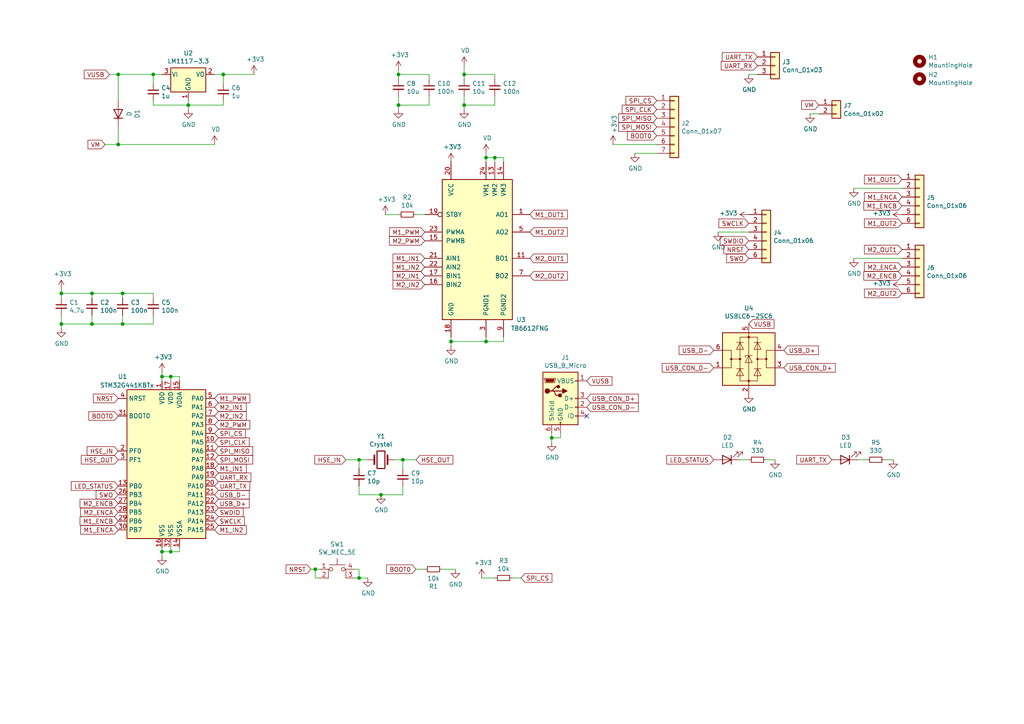
<source format=kicad_sch>
(kicad_sch (version 20211123) (generator eeschema)
  (paper "A4")
  (lib_symbols
    (symbol "Connector:USB_B_Micro" (pin_names (offset 1.016))
      (property "Reference" "J" (at -5.08 11.43 0))
      (property "Value" "USB_B_Micro" (at -5.08 8.89 0))
      (symbol "USB_B_Micro_0_1"
        (rectangle (start -5.08 -7.62) (end 5.08 7.62) (stroke (width 0.254)) (fill (type background)))
        (circle (center -3.81 2.159) (radius 0.635) (stroke (width 0.254)) (fill (type outline)))
        (circle (center -0.635 3.429) (radius 0.381) (stroke (width 0.254)) (fill (type outline)))
        (rectangle (start -0.127 -7.62) (end 0.127 -6.858))
        (polyline (pts (xy -1.905 2.159) (xy 0.635 2.159)) (stroke (width 0.254)))
        (polyline (pts (xy -3.175 2.159) (xy -2.54 2.159) (xy -1.27 3.429) (xy -0.635 3.429)) (stroke (width 0.254)))
        (polyline (pts (xy -2.54 2.159) (xy -1.905 2.159) (xy -1.27 0.889) (xy 0 0.889)) (stroke (width 0.254)))
        (polyline (pts (xy 0.635 2.794) (xy 0.635 1.524) (xy 1.905 2.159) (xy 0.635 2.794)) (stroke (width 0.254)) (fill (type outline)))
        (polyline (pts (xy -4.318 5.588) (xy -1.778 5.588) (xy -2.032 4.826) (xy -4.064 4.826) (xy -4.318 5.588)) (fill (type outline)))
        (polyline (pts (xy -4.699 5.842) (xy -4.699 5.588) (xy -4.445 4.826) (xy -4.445 4.572) (xy -1.651 4.572) (xy -1.651 4.826) (xy -1.397 5.588) (xy -1.397 5.842) (xy -4.699 5.842)))
        (rectangle (start 0.254 1.27) (end -0.508 0.508) (stroke (width 0.254)) (fill (type outline)))
        (rectangle (start 5.08 -5.207) (end 4.318 -4.953))
        (rectangle (start 5.08 -2.667) (end 4.318 -2.413))
        (rectangle (start 5.08 -0.127) (end 4.318 0.127))
        (rectangle (start 5.08 4.953) (end 4.318 5.207))
      )
      (symbol "USB_B_Micro_1_1"
        (pin power_out line (at 7.62 5.08 180) (length 2.54) (name "VBUS") (number "1"))
        (pin bidirectional line (at 7.62 -2.54 180) (length 2.54) (name "D-") (number "2"))
        (pin bidirectional line (at 7.62 0 180) (length 2.54) (name "D+") (number "3"))
        (pin passive line (at 7.62 -5.08 180) (length 2.54) (name "ID") (number "4"))
        (pin power_out line (at 0 -10.16 90) (length 2.54) (name "GND") (number "5"))
        (pin passive line (at -2.54 -10.16 90) (length 2.54) (name "Shield") (number "6"))
      )
    )
    (symbol "Connector_Generic:Conn_01x02" (pin_names (offset 1.016) hide)
      (property "Reference" "J" (at 0 2.54 0))
      (property "Value" "Conn_01x02" (at 0 -5.08 0))
      (symbol "Conn_01x02_1_1"
        (rectangle (start -1.27 -2.413) (end 0 -2.667) (stroke (width 0.1524)))
        (rectangle (start -1.27 0.127) (end 0 -0.127) (stroke (width 0.1524)))
        (rectangle (start -1.27 1.27) (end 1.27 -3.81) (stroke (width 0.254)) (fill (type background)))
        (pin passive line (at -5.08 0 0) (length 3.81) (name "Pin_1") (number "1"))
        (pin passive line (at -5.08 -2.54 0) (length 3.81) (name "Pin_2") (number "2"))
      )
    )
    (symbol "Connector_Generic:Conn_01x03" (pin_names (offset 1.016) hide)
      (property "Reference" "J" (at 0 5.08 0))
      (property "Value" "Conn_01x03" (at 0 -5.08 0))
      (symbol "Conn_01x03_1_1"
        (rectangle (start -1.27 -2.413) (end 0 -2.667) (stroke (width 0.1524)))
        (rectangle (start -1.27 0.127) (end 0 -0.127) (stroke (width 0.1524)))
        (rectangle (start -1.27 2.667) (end 0 2.413) (stroke (width 0.1524)))
        (rectangle (start -1.27 3.81) (end 1.27 -3.81) (stroke (width 0.254)) (fill (type background)))
        (pin passive line (at -5.08 2.54 0) (length 3.81) (name "Pin_1") (number "1"))
        (pin passive line (at -5.08 0 0) (length 3.81) (name "Pin_2") (number "2"))
        (pin passive line (at -5.08 -2.54 0) (length 3.81) (name "Pin_3") (number "3"))
      )
    )
    (symbol "Connector_Generic:Conn_01x06" (pin_names (offset 1.016) hide)
      (property "Reference" "J" (at 0 7.62 0))
      (property "Value" "Conn_01x06" (at 0 -10.16 0))
      (symbol "Conn_01x06_1_1"
        (rectangle (start -1.27 -7.493) (end 0 -7.747) (stroke (width 0.1524)))
        (rectangle (start -1.27 -4.953) (end 0 -5.207) (stroke (width 0.1524)))
        (rectangle (start -1.27 -2.413) (end 0 -2.667) (stroke (width 0.1524)))
        (rectangle (start -1.27 0.127) (end 0 -0.127) (stroke (width 0.1524)))
        (rectangle (start -1.27 2.667) (end 0 2.413) (stroke (width 0.1524)))
        (rectangle (start -1.27 5.207) (end 0 4.953) (stroke (width 0.1524)))
        (rectangle (start -1.27 6.35) (end 1.27 -8.89) (stroke (width 0.254)) (fill (type background)))
        (pin passive line (at -5.08 5.08 0) (length 3.81) (name "Pin_1") (number "1"))
        (pin passive line (at -5.08 2.54 0) (length 3.81) (name "Pin_2") (number "2"))
        (pin passive line (at -5.08 0 0) (length 3.81) (name "Pin_3") (number "3"))
        (pin passive line (at -5.08 -2.54 0) (length 3.81) (name "Pin_4") (number "4"))
        (pin passive line (at -5.08 -5.08 0) (length 3.81) (name "Pin_5") (number "5"))
        (pin passive line (at -5.08 -7.62 0) (length 3.81) (name "Pin_6") (number "6"))
      )
    )
    (symbol "Connector_Generic:Conn_01x07" (pin_names (offset 1.016) hide)
      (property "Reference" "J" (at 0 10.16 0))
      (property "Value" "Conn_01x07" (at 0 -10.16 0))
      (symbol "Conn_01x07_1_1"
        (rectangle (start -1.27 -7.493) (end 0 -7.747) (stroke (width 0.1524)))
        (rectangle (start -1.27 -4.953) (end 0 -5.207) (stroke (width 0.1524)))
        (rectangle (start -1.27 -2.413) (end 0 -2.667) (stroke (width 0.1524)))
        (rectangle (start -1.27 0.127) (end 0 -0.127) (stroke (width 0.1524)))
        (rectangle (start -1.27 2.667) (end 0 2.413) (stroke (width 0.1524)))
        (rectangle (start -1.27 5.207) (end 0 4.953) (stroke (width 0.1524)))
        (rectangle (start -1.27 7.747) (end 0 7.493) (stroke (width 0.1524)))
        (rectangle (start -1.27 8.89) (end 1.27 -8.89) (stroke (width 0.254)) (fill (type background)))
        (pin passive line (at -5.08 7.62 0) (length 3.81) (name "Pin_1") (number "1"))
        (pin passive line (at -5.08 5.08 0) (length 3.81) (name "Pin_2") (number "2"))
        (pin passive line (at -5.08 2.54 0) (length 3.81) (name "Pin_3") (number "3"))
        (pin passive line (at -5.08 0 0) (length 3.81) (name "Pin_4") (number "4"))
        (pin passive line (at -5.08 -2.54 0) (length 3.81) (name "Pin_5") (number "5"))
        (pin passive line (at -5.08 -5.08 0) (length 3.81) (name "Pin_6") (number "6"))
        (pin passive line (at -5.08 -7.62 0) (length 3.81) (name "Pin_7") (number "7"))
      )
    )
    (symbol "Device:C_Small" (pin_numbers hide) (pin_names (offset 0.254) hide)
      (property "Reference" "C" (at 0.254 1.778 0))
      (property "Value" "C_Small" (at 0.254 -2.032 0))
      (symbol "C_Small_0_1"
        (polyline (pts (xy -1.524 -0.508) (xy 1.524 -0.508)) (stroke (width 0.3302)))
        (polyline (pts (xy -1.524 0.508) (xy 1.524 0.508)) (stroke (width 0.3048)))
      )
      (symbol "C_Small_1_1"
        (pin passive line (at 0 2.54 270) (length 2.032) (name "~") (number "1"))
        (pin passive line (at 0 -2.54 90) (length 2.032) (name "~") (number "2"))
      )
    )
    (symbol "Device:Crystal" (pin_numbers hide) (pin_names (offset 1.016) hide)
      (property "Reference" "Y" (at 0 3.81 0))
      (property "Value" "Crystal" (at 0 -3.81 0))
      (symbol "Crystal_0_1"
        (rectangle (start -1.143 2.54) (end 1.143 -2.54) (stroke (width 0.3048)))
        (polyline (pts (xy -2.54 0) (xy -1.905 0)))
        (polyline (pts (xy -1.905 -1.27) (xy -1.905 1.27)) (stroke (width 0.508)))
        (polyline (pts (xy 1.905 -1.27) (xy 1.905 1.27)) (stroke (width 0.508)))
        (polyline (pts (xy 2.54 0) (xy 1.905 0)))
      )
      (symbol "Crystal_1_1"
        (pin passive line (at -3.81 0 0) (length 1.27) (name "1") (number "1"))
        (pin passive line (at 3.81 0 180) (length 1.27) (name "2") (number "2"))
      )
    )
    (symbol "Device:D" (pin_numbers hide) (pin_names (offset 1.016) hide)
      (property "Reference" "D" (at 0 2.54 0))
      (property "Value" "D" (at 0 -2.54 0))
      (symbol "D_0_1"
        (polyline (pts (xy -1.27 1.27) (xy -1.27 -1.27)) (stroke (width 0.254)))
        (polyline (pts (xy 1.27 0) (xy -1.27 0)))
        (polyline (pts (xy 1.27 1.27) (xy 1.27 -1.27) (xy -1.27 0) (xy 1.27 1.27)) (stroke (width 0.254)))
      )
      (symbol "D_1_1"
        (pin passive line (at -3.81 0 0) (length 2.54) (name "K") (number "1"))
        (pin passive line (at 3.81 0 180) (length 2.54) (name "A") (number "2"))
      )
    )
    (symbol "Device:LED" (pin_numbers hide) (pin_names (offset 1.016) hide)
      (property "Reference" "D" (at 0 2.54 0))
      (property "Value" "LED" (at 0 -2.54 0))
      (symbol "LED_0_1"
        (polyline (pts (xy -1.27 -1.27) (xy -1.27 1.27)) (stroke (width 0.254)))
        (polyline (pts (xy -1.27 0) (xy 1.27 0)))
        (polyline (pts (xy 1.27 -1.27) (xy 1.27 1.27) (xy -1.27 0) (xy 1.27 -1.27)) (stroke (width 0.254)))
        (polyline (pts (xy -3.048 -0.762) (xy -4.572 -2.286) (xy -3.81 -2.286) (xy -4.572 -2.286) (xy -4.572 -1.524)))
        (polyline (pts (xy -1.778 -0.762) (xy -3.302 -2.286) (xy -2.54 -2.286) (xy -3.302 -2.286) (xy -3.302 -1.524)))
      )
      (symbol "LED_1_1"
        (pin passive line (at -3.81 0 0) (length 2.54) (name "K") (number "1"))
        (pin passive line (at 3.81 0 180) (length 2.54) (name "A") (number "2"))
      )
    )
    (symbol "Device:R_Small" (pin_numbers hide) (pin_names (offset 0.254) hide)
      (property "Reference" "R" (at 0.762 0.508 0))
      (property "Value" "R_Small" (at 0.762 -1.016 0))
      (symbol "R_Small_0_1"
        (rectangle (start -0.762 1.778) (end 0.762 -1.778) (stroke (width 0.2032)))
      )
      (symbol "R_Small_1_1"
        (pin passive line (at 0 2.54 270) (length 0.762) (name "~") (number "1"))
        (pin passive line (at 0 -2.54 90) (length 0.762) (name "~") (number "2"))
      )
    )
    (symbol "Driver_Motor:TB6612FNG" (pin_names (offset 1.016))
      (property "Reference" "U" (at 11.43 17.78 0))
      (property "Value" "TB6612FNG" (at 11.43 15.24 0))
      (symbol "TB6612FNG_0_1"
        (rectangle (start -10.16 20.32) (end 10.16 -20.32) (stroke (width 0.254)) (fill (type background)))
      )
      (symbol "TB6612FNG_1_1"
        (pin output line (at 15.24 10.16 180) (length 5.08) (name "AO1") (number "1"))
        (pin passive line (at 7.62 -25.4 90) (length 5.08) hide (name "PGND2") (number "10"))
        (pin output line (at 15.24 -2.54 180) (length 5.08) (name "BO1") (number "11"))
        (pin passive line (at 15.24 -2.54 180) (length 5.08) hide (name "BO1") (number "12"))
        (pin power_in line (at 5.08 25.4 270) (length 5.08) (name "VM2") (number "13"))
        (pin power_in line (at 7.62 25.4 270) (length 5.08) (name "VM3") (number "14"))
        (pin input line (at -15.24 2.54 0) (length 5.08) (name "PWMB") (number "15"))
        (pin input line (at -15.24 -10.16 0) (length 5.08) (name "BIN2") (number "16"))
        (pin input line (at -15.24 -7.62 0) (length 5.08) (name "BIN1") (number "17"))
        (pin power_in line (at -7.62 -25.4 90) (length 5.08) (name "GND") (number "18"))
        (pin input inverted (at -15.24 10.16 0) (length 5.08) (name "STBY") (number "19"))
        (pin passive line (at 15.24 10.16 180) (length 5.08) hide (name "AO1") (number "2"))
        (pin power_in line (at -7.62 25.4 270) (length 5.08) (name "VCC") (number "20"))
        (pin input line (at -15.24 -2.54 0) (length 5.08) (name "AIN1") (number "21"))
        (pin input line (at -15.24 -5.08 0) (length 5.08) (name "AIN2") (number "22"))
        (pin input line (at -15.24 5.08 0) (length 5.08) (name "PWMA") (number "23"))
        (pin power_in line (at 2.54 25.4 270) (length 5.08) (name "VM1") (number "24"))
        (pin power_in line (at 2.54 -25.4 90) (length 5.08) (name "PGND1") (number "3"))
        (pin passive line (at 2.54 -25.4 90) (length 5.08) hide (name "PGND1") (number "4"))
        (pin output line (at 15.24 5.08 180) (length 5.08) (name "AO2") (number "5"))
        (pin passive line (at 15.24 5.08 180) (length 5.08) hide (name "AO2") (number "6"))
        (pin output line (at 15.24 -7.62 180) (length 5.08) (name "BO2") (number "7"))
        (pin passive line (at 15.24 -7.62 180) (length 5.08) hide (name "BO2") (number "8"))
        (pin power_in line (at 7.62 -25.4 90) (length 5.08) (name "PGND2") (number "9"))
      )
    )
    (symbol "MCU_ST_STM32G4:STM32G441KBTx"
      (property "Reference" "U" (at -12.7 21.59 0))
      (property "Value" "MCU_ST_STM32G4_STM32G441KBTx" (at 5.08 21.59 0))
      (symbol "STM32G441KBTx_0_1"
        (rectangle (start -12.7 -22.86) (end 10.16 20.32) (stroke (width 0.254)) (fill (type background)))
      )
      (symbol "STM32G441KBTx_1_1"
        (pin power_in line (at -2.54 22.86 270) (length 2.54) (name "VDD") (number "1"))
        (pin bidirectional line (at 12.7 5.08 180) (length 2.54) (name "PA5") (number "10"))
        (pin bidirectional line (at 12.7 2.54 180) (length 2.54) (name "PA6") (number "11"))
        (pin bidirectional line (at 12.7 0 180) (length 2.54) (name "PA7") (number "12"))
        (pin bidirectional line (at -15.24 -7.62 0) (length 2.54) (name "PB0") (number "13"))
        (pin power_in line (at 2.54 -25.4 90) (length 2.54) (name "VSSA") (number "14"))
        (pin power_in line (at 2.54 22.86 270) (length 2.54) (name "VDDA") (number "15"))
        (pin power_in line (at -2.54 -25.4 90) (length 2.54) (name "VSS") (number "16"))
        (pin power_in line (at 0 22.86 270) (length 2.54) (name "VDD") (number "17"))
        (pin bidirectional line (at 12.7 -2.54 180) (length 2.54) (name "PA8") (number "18"))
        (pin bidirectional line (at 12.7 -5.08 180) (length 2.54) (name "PA9") (number "19"))
        (pin input line (at -15.24 2.54 0) (length 2.54) (name "PF0") (number "2"))
        (pin bidirectional line (at 12.7 -7.62 180) (length 2.54) (name "PA10") (number "20"))
        (pin bidirectional line (at 12.7 -10.16 180) (length 2.54) (name "PA11") (number "21"))
        (pin bidirectional line (at 12.7 -12.7 180) (length 2.54) (name "PA12") (number "22"))
        (pin bidirectional line (at 12.7 -15.24 180) (length 2.54) (name "PA13") (number "23"))
        (pin bidirectional line (at 12.7 -17.78 180) (length 2.54) (name "PA14") (number "24"))
        (pin bidirectional line (at 12.7 -20.32 180) (length 2.54) (name "PA15") (number "25"))
        (pin bidirectional line (at -15.24 -10.16 0) (length 2.54) (name "PB3") (number "26"))
        (pin bidirectional line (at -15.24 -12.7 0) (length 2.54) (name "PB4") (number "27"))
        (pin bidirectional line (at -15.24 -15.24 0) (length 2.54) (name "PB5") (number "28"))
        (pin bidirectional line (at -15.24 -17.78 0) (length 2.54) (name "PB6") (number "29"))
        (pin input line (at -15.24 0 0) (length 2.54) (name "PF1") (number "3"))
        (pin bidirectional line (at -15.24 -20.32 0) (length 2.54) (name "PB7") (number "30"))
        (pin input line (at -15.24 12.7 0) (length 2.54) (name "BOOT0") (number "31"))
        (pin power_in line (at 0 -25.4 90) (length 2.54) (name "VSS") (number "32"))
        (pin input line (at -15.24 17.78 0) (length 2.54) (name "NRST") (number "4"))
        (pin bidirectional line (at 12.7 17.78 180) (length 2.54) (name "PA0") (number "5"))
        (pin bidirectional line (at 12.7 15.24 180) (length 2.54) (name "PA1") (number "6"))
        (pin bidirectional line (at 12.7 12.7 180) (length 2.54) (name "PA2") (number "7"))
        (pin bidirectional line (at 12.7 10.16 180) (length 2.54) (name "PA3") (number "8"))
        (pin bidirectional line (at 12.7 7.62 180) (length 2.54) (name "PA4") (number "9"))
      )
    )
    (symbol "Mechanical:MountingHole" (pin_names (offset 1.016))
      (property "Reference" "H" (at 0 5.08 0))
      (property "Value" "MountingHole" (at 0 3.175 0))
      (symbol "MountingHole_0_1"
        (circle (center 0 0) (radius 1.27) (stroke (width 1.27)))
      )
    )
    (symbol "Power_Protection:USBLC6-2SC6" (pin_names hide)
      (property "Reference" "U" (at 2.54 8.89 0))
      (property "Value" "USBLC6-2SC6" (at 2.54 -8.89 0))
      (symbol "USBLC6-2SC6_0_1"
        (rectangle (start -7.62 -7.62) (end 7.62 7.62) (stroke (width 0.254)) (fill (type background)))
        (circle (center -5.08 0) (radius 0.254) (fill (type outline)))
        (circle (center -2.54 0) (radius 0.254) (fill (type outline)))
        (rectangle (start -2.54 6.35) (end 2.54 -6.35))
        (circle (center 0 -6.35) (radius 0.254) (fill (type outline)))
        (polyline (pts (xy -5.08 -2.54) (xy -7.62 -2.54)))
        (polyline (pts (xy -5.08 0) (xy -5.08 -2.54)))
        (polyline (pts (xy -5.08 2.54) (xy -7.62 2.54)))
        (polyline (pts (xy -1.524 -2.794) (xy -3.556 -2.794)))
        (polyline (pts (xy -1.524 4.826) (xy -3.556 4.826)))
        (polyline (pts (xy 0 -7.62) (xy 0 -6.35)))
        (polyline (pts (xy 0 -6.35) (xy 0 1.27)))
        (polyline (pts (xy 0 1.27) (xy 0 6.35)))
        (polyline (pts (xy 0 6.35) (xy 0 7.62)))
        (polyline (pts (xy 1.524 -2.794) (xy 3.556 -2.794)))
        (polyline (pts (xy 1.524 4.826) (xy 3.556 4.826)))
        (polyline (pts (xy 5.08 -2.54) (xy 7.62 -2.54)))
        (polyline (pts (xy 5.08 0) (xy 5.08 -2.54)))
        (polyline (pts (xy 5.08 2.54) (xy 7.62 2.54)))
        (polyline (pts (xy -2.54 0) (xy -5.08 0) (xy -5.08 2.54)))
        (polyline (pts (xy 2.54 0) (xy 5.08 0) (xy 5.08 2.54)))
        (polyline (pts (xy -3.556 -4.826) (xy -1.524 -4.826) (xy -2.54 -2.794) (xy -3.556 -4.826)))
        (polyline (pts (xy -3.556 2.794) (xy -1.524 2.794) (xy -2.54 4.826) (xy -3.556 2.794)))
        (polyline (pts (xy -1.016 -1.016) (xy 1.016 -1.016) (xy 0 1.016) (xy -1.016 -1.016)))
        (polyline (pts (xy 1.016 1.016) (xy 0.762 1.016) (xy -1.016 1.016) (xy -1.016 0.508)))
        (polyline (pts (xy 3.556 -4.826) (xy 1.524 -4.826) (xy 2.54 -2.794) (xy 3.556 -4.826)))
        (polyline (pts (xy 3.556 2.794) (xy 1.524 2.794) (xy 2.54 4.826) (xy 3.556 2.794)))
        (circle (center 0 6.35) (radius 0.254) (fill (type outline)))
        (circle (center 2.54 0) (radius 0.254) (fill (type outline)))
        (circle (center 5.08 0) (radius 0.254) (fill (type outline)))
      )
      (symbol "USBLC6-2SC6_1_1"
        (pin passive line (at -10.16 -2.54 0) (length 2.54) (name "I/O1") (number "1"))
        (pin passive line (at 0 -10.16 90) (length 2.54) (name "GND") (number "2"))
        (pin passive line (at 10.16 -2.54 180) (length 2.54) (name "I/O2") (number "3"))
        (pin passive line (at 10.16 2.54 180) (length 2.54) (name "I/O2") (number "4"))
        (pin passive line (at 0 10.16 270) (length 2.54) (name "VBUS") (number "5"))
        (pin passive line (at -10.16 2.54 0) (length 2.54) (name "I/O1") (number "6"))
      )
    )
    (symbol "Regulator_Linear:LM1117-3.3" (pin_names (offset 0.254))
      (property "Reference" "U" (at -3.81 3.175 0))
      (property "Value" "LM1117-3.3" (at 0 3.175 0))
      (symbol "LM1117-3.3_0_1"
        (rectangle (start -5.08 -5.08) (end 5.08 1.905) (stroke (width 0.254)) (fill (type background)))
      )
      (symbol "LM1117-3.3_1_1"
        (pin power_in line (at 0 -7.62 90) (length 2.54) (name "GND") (number "1"))
        (pin power_out line (at 7.62 0 180) (length 2.54) (name "VO") (number "2"))
        (pin power_in line (at -7.62 0 0) (length 2.54) (name "VI") (number "3"))
      )
    )
    (symbol "Switch:SW_MEC_5E" (pin_names (offset 1.016) hide)
      (property "Reference" "SW" (at 0.635 5.715 0))
      (property "Value" "SW_MEC_5E" (at 0 -3.175 0))
      (symbol "SW_MEC_5E_0_1"
        (circle (center -1.778 2.54) (radius 0.508))
        (polyline (pts (xy -2.286 3.81) (xy 2.286 3.81)))
        (polyline (pts (xy 0 3.81) (xy 0 5.588)))
        (polyline (pts (xy -2.54 0) (xy -2.54 2.54) (xy -2.286 2.54)))
        (polyline (pts (xy 2.54 0) (xy 2.54 2.54) (xy 2.286 2.54)))
        (circle (center 1.778 2.54) (radius 0.508))
        (pin passive line (at -5.08 2.54 0) (length 2.54) (name "1") (number "1"))
        (pin passive line (at -5.08 0 0) (length 2.54) (name "2") (number "2"))
        (pin passive line (at 5.08 0 180) (length 2.54) (name "K") (number "3"))
        (pin passive line (at 5.08 2.54 180) (length 2.54) (name "A") (number "4"))
      )
    )
    (symbol "power:+3.3V" (power) (pin_names (offset 0))
      (property "Value" "+3.3V" (at 0 3.556 0))
      (symbol "+3.3V_0_1"
        (polyline (pts (xy -0.762 1.27) (xy 0 2.54)))
        (polyline (pts (xy 0 0) (xy 0 2.54)))
        (polyline (pts (xy 0 2.54) (xy 0.762 1.27)))
      )
      (symbol "+3.3V_1_1"
        (pin power_in line (at 0 0 90) (length 0) hide (name "+3V3") (number "1"))
      )
    )
    (symbol "power:GND" (power) (pin_names (offset 0))
      (property "Value" "GND" (at 0 -3.81 0))
      (symbol "GND_0_1"
        (polyline (pts (xy 0 0) (xy 0 -1.27) (xy 1.27 -1.27) (xy 0 -2.54) (xy -1.27 -1.27) (xy 0 -1.27)))
      )
      (symbol "GND_1_1"
        (pin power_in line (at 0 0 270) (length 0) hide (name "GND") (number "1"))
      )
    )
    (symbol "power:VD" (power) (pin_names (offset 0))
      (property "Value" "VD" (at 0 3.81 0))
      (symbol "VD_0_1"
        (polyline (pts (xy -0.762 1.27) (xy 0 2.54)))
        (polyline (pts (xy 0 0) (xy 0 2.54)))
        (polyline (pts (xy 0 2.54) (xy 0.762 1.27)))
      )
      (symbol "VD_1_1"
        (pin power_in line (at 0 0 90) (length 0) hide (name "VD") (number "1"))
      )
    )
  )
  (junction (at 143.51 45.72))
  (junction (at 17.78 93.98))
  (junction (at 35.56 93.98))
  (junction (at 26.67 85.09))
  (junction (at 34.29 21.59))
  (junction (at 46.99 109.22))
  (junction (at 116.84 133.35))
  (junction (at 130.81 99.06))
  (junction (at 46.99 160.02))
  (junction (at 160.02 127))
  (junction (at 104.14 167.64))
  (junction (at 115.57 30.48))
  (junction (at 17.78 85.09))
  (junction (at 49.53 109.22))
  (junction (at 91.44 165.1))
  (junction (at 104.14 133.35))
  (junction (at 44.45 21.59))
  (junction (at 64.77 21.59))
  (junction (at 49.53 160.02))
  (junction (at 26.67 93.98))
  (junction (at 34.29 41.91))
  (junction (at 115.57 21.59))
  (junction (at 54.61 30.48))
  (junction (at 140.97 45.72))
  (junction (at 140.97 99.06))
  (junction (at 134.62 30.48))
  (junction (at 110.49 143.51))
  (junction (at 35.56 85.09))
  (junction (at 134.62 21.59))
  (no_connect (at 170.18 120.65))
  (wire (pts (xy 46.99 109.22) (xy 49.53 109.22)))
  (wire (pts (xy 143.51 46.99) (xy 143.51 45.72)))
  (wire (pts (xy 146.05 45.72) (xy 143.51 45.72)))
  (wire (pts (xy 46.99 160.02) (xy 49.53 160.02)))
  (wire (pts (xy 124.46 30.48) (xy 115.57 30.48)))
  (wire (pts (xy 26.67 86.36) (xy 26.67 85.09)))
  (wire (pts (xy 35.56 91.44) (xy 35.56 93.98)))
  (wire (pts (xy 64.77 30.48) (xy 54.61 30.48)))
  (wire (pts (xy 146.05 97.79) (xy 146.05 99.06)))
  (wire (pts (xy 110.49 144.78) (xy 110.49 143.51)))
  (wire (pts (xy 44.45 85.09) (xy 44.45 86.36)))
  (wire (pts (xy 143.51 45.72) (xy 140.97 45.72)))
  (wire (pts (xy 224.79 133.35) (xy 222.25 133.35)))
  (wire (pts (xy 30.48 41.91) (xy 34.29 41.91)))
  (wire (pts (xy 115.57 27.94) (xy 115.57 30.48)))
  (wire (pts (xy 52.07 160.02) (xy 52.07 158.75)))
  (wire (pts (xy 104.14 133.35) (xy 104.14 135.89)))
  (wire (pts (xy 115.57 20.32) (xy 115.57 21.59)))
  (wire (pts (xy 104.14 140.97) (xy 104.14 143.51)))
  (wire (pts (xy 248.92 133.35) (xy 251.46 133.35)))
  (wire (pts (xy 26.67 93.98) (xy 17.78 93.98)))
  (wire (pts (xy 146.05 46.99) (xy 146.05 45.72)))
  (wire (pts (xy 177.8 41.91) (xy 190.5 41.91)))
  (wire (pts (xy 34.29 21.59) (xy 44.45 21.59)))
  (wire (pts (xy 17.78 83.82) (xy 17.78 85.09)))
  (wire (pts (xy 26.67 85.09) (xy 35.56 85.09)))
  (wire (pts (xy 34.29 36.83) (xy 34.29 41.91)))
  (wire (pts (xy 116.84 133.35) (xy 120.65 133.35)))
  (wire (pts (xy 46.99 161.29) (xy 46.99 160.02)))
  (wire (pts (xy 116.84 135.89) (xy 116.84 133.35)))
  (wire (pts (xy 214.63 133.35) (xy 217.17 133.35)))
  (wire (pts (xy 34.29 41.91) (xy 62.23 41.91)))
  (wire (pts (xy 247.65 54.61) (xy 261.62 54.61)))
  (wire (pts (xy 91.44 165.1) (xy 90.17 165.1)))
  (wire (pts (xy 44.45 30.48) (xy 54.61 30.48)))
  (wire (pts (xy 116.84 140.97) (xy 116.84 143.51)))
  (wire (pts (xy 49.53 109.22) (xy 52.07 109.22)))
  (wire (pts (xy 134.62 21.59) (xy 134.62 22.86)))
  (wire (pts (xy 62.23 21.59) (xy 64.77 21.59)))
  (wire (pts (xy 247.65 74.93) (xy 261.62 74.93)))
  (wire (pts (xy 54.61 30.48) (xy 54.61 31.75)))
  (wire (pts (xy 162.56 125.73) (xy 162.56 127)))
  (wire (pts (xy 134.62 30.48) (xy 134.62 31.75)))
  (wire (pts (xy 104.14 167.64) (xy 104.14 165.1)))
  (wire (pts (xy 49.53 110.49) (xy 49.53 109.22)))
  (wire (pts (xy 124.46 22.86) (xy 124.46 21.59)))
  (wire (pts (xy 259.08 133.35) (xy 256.54 133.35)))
  (wire (pts (xy 31.75 21.59) (xy 34.29 21.59)))
  (wire (pts (xy 44.45 93.98) (xy 35.56 93.98)))
  (wire (pts (xy 219.71 21.59) (xy 217.17 21.59)))
  (wire (pts (xy 162.56 127) (xy 160.02 127)))
  (wire (pts (xy 64.77 24.13) (xy 64.77 21.59)))
  (wire (pts (xy 64.77 29.21) (xy 64.77 30.48)))
  (wire (pts (xy 44.45 24.13) (xy 44.45 21.59)))
  (wire (pts (xy 35.56 86.36) (xy 35.56 85.09)))
  (wire (pts (xy 139.7 167.64) (xy 143.51 167.64)))
  (wire (pts (xy 160.02 127) (xy 160.02 125.73)))
  (wire (pts (xy 104.14 133.35) (xy 106.68 133.35)))
  (wire (pts (xy 92.71 165.1) (xy 91.44 165.1)))
  (wire (pts (xy 237.49 33.02) (xy 234.95 33.02)))
  (wire (pts (xy 49.53 158.75) (xy 49.53 160.02)))
  (wire (pts (xy 140.97 46.99) (xy 140.97 45.72)))
  (wire (pts (xy 46.99 107.95) (xy 46.99 109.22)))
  (wire (pts (xy 114.3 133.35) (xy 116.84 133.35)))
  (wire (pts (xy 91.44 167.64) (xy 91.44 165.1)))
  (wire (pts (xy 140.97 99.06) (xy 130.81 99.06)))
  (wire (pts (xy 44.45 21.59) (xy 46.99 21.59)))
  (wire (pts (xy 146.05 99.06) (xy 140.97 99.06)))
  (wire (pts (xy 134.62 19.05) (xy 134.62 21.59)))
  (wire (pts (xy 46.99 160.02) (xy 46.99 158.75)))
  (wire (pts (xy 104.14 143.51) (xy 110.49 143.51)))
  (wire (pts (xy 132.08 165.1) (xy 128.27 165.1)))
  (wire (pts (xy 54.61 29.21) (xy 54.61 30.48)))
  (wire (pts (xy 130.81 99.06) (xy 130.81 100.33)))
  (wire (pts (xy 115.57 21.59) (xy 115.57 22.86)))
  (wire (pts (xy 143.51 30.48) (xy 134.62 30.48)))
  (wire (pts (xy 140.97 97.79) (xy 140.97 99.06)))
  (wire (pts (xy 104.14 165.1) (xy 102.87 165.1)))
  (wire (pts (xy 17.78 85.09) (xy 17.78 86.36)))
  (wire (pts (xy 64.77 21.59) (xy 73.66 21.59)))
  (wire (pts (xy 160.02 128.27) (xy 160.02 127)))
  (wire (pts (xy 143.51 27.94) (xy 143.51 30.48)))
  (wire (pts (xy 17.78 93.98) (xy 17.78 95.25)))
  (wire (pts (xy 140.97 45.72) (xy 140.97 44.45)))
  (wire (pts (xy 26.67 91.44) (xy 26.67 93.98)))
  (wire (pts (xy 134.62 21.59) (xy 143.51 21.59)))
  (wire (pts (xy 34.29 29.21) (xy 34.29 21.59)))
  (wire (pts (xy 115.57 21.59) (xy 124.46 21.59)))
  (wire (pts (xy 44.45 29.21) (xy 44.45 30.48)))
  (wire (pts (xy 17.78 91.44) (xy 17.78 93.98)))
  (wire (pts (xy 116.84 143.51) (xy 110.49 143.51)))
  (wire (pts (xy 130.81 97.79) (xy 130.81 99.06)))
  (wire (pts (xy 190.5 44.45) (xy 184.15 44.45)))
  (wire (pts (xy 111.76 62.23) (xy 115.57 62.23)))
  (wire (pts (xy 52.07 109.22) (xy 52.07 110.49)))
  (wire (pts (xy 123.19 165.1) (xy 120.65 165.1)))
  (wire (pts (xy 35.56 85.09) (xy 44.45 85.09)))
  (wire (pts (xy 102.87 167.64) (xy 104.14 167.64)))
  (wire (pts (xy 104.14 167.64) (xy 106.68 167.64)))
  (wire (pts (xy 35.56 93.98) (xy 26.67 93.98)))
  (wire (pts (xy 148.59 167.64) (xy 151.13 167.64)))
  (wire (pts (xy 17.78 85.09) (xy 26.67 85.09)))
  (wire (pts (xy 134.62 27.94) (xy 134.62 30.48)))
  (wire (pts (xy 143.51 22.86) (xy 143.51 21.59)))
  (wire (pts (xy 46.99 109.22) (xy 46.99 110.49)))
  (wire (pts (xy 49.53 160.02) (xy 52.07 160.02)))
  (wire (pts (xy 92.71 167.64) (xy 91.44 167.64)))
  (wire (pts (xy 208.28 67.31) (xy 217.17 67.31)))
  (wire (pts (xy 124.46 27.94) (xy 124.46 30.48)))
  (wire (pts (xy 44.45 91.44) (xy 44.45 93.98)))
  (wire (pts (xy 115.57 30.48) (xy 115.57 31.75)))
  (wire (pts (xy 100.33 133.35) (xy 104.14 133.35)))
  (wire (pts (xy 120.65 62.23) (xy 123.19 62.23)))
  (global_label "SPI_CS" (shape input) (at 190.5 29.21 180) (property "Intersheet References" "${INTERSHEET_REFS}" (effects hide)))
  (global_label "SPI_MOSI" (shape input) (at 62.23 133.35 0) (property "Intersheet References" "${INTERSHEET_REFS}" (effects hide)))
  (global_label "SWDIO" (shape input) (at 217.17 69.85 180) (property "Intersheet References" "${INTERSHEET_REFS}" (effects hide)))
  (global_label "M1_IN2" (shape input) (at 62.23 153.67 0) (property "Intersheet References" "${INTERSHEET_REFS}" (effects hide)))
  (global_label "HSE_OUT" (shape input) (at 120.65 133.35 0) (property "Intersheet References" "${INTERSHEET_REFS}" (effects hide)))
  (global_label "UART_TX" (shape input) (at 241.3 133.35 180) (property "Intersheet References" "${INTERSHEET_REFS}" (effects hide)))
  (global_label "M1_PWM" (shape input) (at 62.23 115.57 0) (property "Intersheet References" "${INTERSHEET_REFS}" (effects hide)))
  (global_label "M2_ENCA" (shape input) (at 261.62 77.47 180) (property "Intersheet References" "${INTERSHEET_REFS}" (effects hide)))
  (global_label "M1_ENCB" (shape input) (at 34.29 151.13 180) (property "Intersheet References" "${INTERSHEET_REFS}" (effects hide)))
  (global_label "UART_RX" (shape input) (at 219.71 19.05 180) (property "Intersheet References" "${INTERSHEET_REFS}" (effects hide)))
  (global_label "USB_CON_D+" (shape input) (at 170.18 115.57 0) (property "Intersheet References" "${INTERSHEET_REFS}" (effects hide)))
  (global_label "M1_IN2" (shape input) (at 123.19 77.47 180) (property "Intersheet References" "${INTERSHEET_REFS}" (effects hide)))
  (global_label "M2_OUT2" (shape input) (at 261.62 85.09 180) (property "Intersheet References" "${INTERSHEET_REFS}" (effects hide)))
  (global_label "M2_PWM" (shape input) (at 123.19 69.85 180) (property "Intersheet References" "${INTERSHEET_REFS}" (effects hide)))
  (global_label "M2_ENCB" (shape input) (at 34.29 146.05 180) (property "Intersheet References" "${INTERSHEET_REFS}" (effects hide)))
  (global_label "SPI_CS" (shape input) (at 62.23 125.73 0) (property "Intersheet References" "${INTERSHEET_REFS}" (effects hide)))
  (global_label "M2_OUT1" (shape input) (at 261.62 72.39 180) (property "Intersheet References" "${INTERSHEET_REFS}" (effects hide)))
  (global_label "M1_ENCB" (shape input) (at 261.62 59.69 180) (property "Intersheet References" "${INTERSHEET_REFS}" (effects hide)))
  (global_label "M2_OUT2" (shape input) (at 153.67 80.01 0) (property "Intersheet References" "${INTERSHEET_REFS}" (effects hide)))
  (global_label "VUSB" (shape input) (at 170.18 110.49 0) (property "Intersheet References" "${INTERSHEET_REFS}" (effects hide)))
  (global_label "UART_TX" (shape input) (at 62.23 140.97 0) (property "Intersheet References" "${INTERSHEET_REFS}" (effects hide)))
  (global_label "USB_D-" (shape input) (at 207.01 101.6 180) (property "Intersheet References" "${INTERSHEET_REFS}" (effects hide)))
  (global_label "M1_OUT2" (shape input) (at 261.62 64.77 180) (property "Intersheet References" "${INTERSHEET_REFS}" (effects hide)))
  (global_label "SPI_CS" (shape input) (at 151.13 167.64 0) (property "Intersheet References" "${INTERSHEET_REFS}" (effects hide)))
  (global_label "VM" (shape input) (at 237.49 30.48 180) (property "Intersheet References" "${INTERSHEET_REFS}" (effects hide)))
  (global_label "M1_PWM" (shape input) (at 123.19 67.31 180) (property "Intersheet References" "${INTERSHEET_REFS}" (effects hide)))
  (global_label "M2_IN2" (shape input) (at 62.23 120.65 0) (property "Intersheet References" "${INTERSHEET_REFS}" (effects hide)))
  (global_label "VUSB" (shape input) (at 217.17 93.98 0) (property "Intersheet References" "${INTERSHEET_REFS}" (effects hide)))
  (global_label "SPI_CLK" (shape input) (at 190.5 31.75 180) (property "Intersheet References" "${INTERSHEET_REFS}" (effects hide)))
  (global_label "M2_IN1" (shape input) (at 123.19 80.01 180) (property "Intersheet References" "${INTERSHEET_REFS}" (effects hide)))
  (global_label "M1_IN1" (shape input) (at 62.23 135.89 0) (property "Intersheet References" "${INTERSHEET_REFS}" (effects hide)))
  (global_label "SWCLK" (shape input) (at 217.17 64.77 180) (property "Intersheet References" "${INTERSHEET_REFS}" (effects hide)))
  (global_label "HSE_OUT" (shape input) (at 34.29 133.35 180) (property "Intersheet References" "${INTERSHEET_REFS}" (effects hide)))
  (global_label "M1_IN1" (shape input) (at 123.19 74.93 180) (property "Intersheet References" "${INTERSHEET_REFS}" (effects hide)))
  (global_label "USB_D+" (shape input) (at 62.23 146.05 0) (property "Intersheet References" "${INTERSHEET_REFS}" (effects hide)))
  (global_label "VUSB" (shape input) (at 31.75 21.59 180) (property "Intersheet References" "${INTERSHEET_REFS}" (effects hide)))
  (global_label "SPI_MISO" (shape input) (at 62.23 130.81 0) (property "Intersheet References" "${INTERSHEET_REFS}" (effects hide)))
  (global_label "SPI_MOSI" (shape input) (at 190.5 36.83 180) (property "Intersheet References" "${INTERSHEET_REFS}" (effects hide)))
  (global_label "LED_STATUS" (shape input) (at 34.29 140.97 180) (property "Intersheet References" "${INTERSHEET_REFS}" (effects hide)))
  (global_label "NRST" (shape input) (at 34.29 115.57 180) (property "Intersheet References" "${INTERSHEET_REFS}" (effects hide)))
  (global_label "NRST" (shape input) (at 90.17 165.1 180) (property "Intersheet References" "${INTERSHEET_REFS}" (effects hide)))
  (global_label "BOOT0" (shape input) (at 190.5 39.37 180) (property "Intersheet References" "${INTERSHEET_REFS}" (effects hide)))
  (global_label "USB_CON_D-" (shape input) (at 170.18 118.11 0) (property "Intersheet References" "${INTERSHEET_REFS}" (effects hide)))
  (global_label "M1_ENCA" (shape input) (at 261.62 57.15 180) (property "Intersheet References" "${INTERSHEET_REFS}" (effects hide)))
  (global_label "BOOT0" (shape input) (at 120.65 165.1 180) (property "Intersheet References" "${INTERSHEET_REFS}" (effects hide)))
  (global_label "M1_ENCA" (shape input) (at 34.29 153.67 180) (property "Intersheet References" "${INTERSHEET_REFS}" (effects hide)))
  (global_label "M2_ENCB" (shape input) (at 261.62 80.01 180) (property "Intersheet References" "${INTERSHEET_REFS}" (effects hide)))
  (global_label "HSE_IN" (shape input) (at 100.33 133.35 180) (property "Intersheet References" "${INTERSHEET_REFS}" (effects hide)))
  (global_label "NRST" (shape input) (at 217.17 72.39 180) (property "Intersheet References" "${INTERSHEET_REFS}" (effects hide)))
  (global_label "SWO" (shape input) (at 34.29 143.51 180) (property "Intersheet References" "${INTERSHEET_REFS}" (effects hide)))
  (global_label "M1_OUT2" (shape input) (at 153.67 67.31 0) (property "Intersheet References" "${INTERSHEET_REFS}" (effects hide)))
  (global_label "M2_IN2" (shape input) (at 123.19 82.55 180) (property "Intersheet References" "${INTERSHEET_REFS}" (effects hide)))
  (global_label "M2_IN1" (shape input) (at 62.23 118.11 0) (property "Intersheet References" "${INTERSHEET_REFS}" (effects hide)))
  (global_label "UART_RX" (shape input) (at 62.23 138.43 0) (property "Intersheet References" "${INTERSHEET_REFS}" (effects hide)))
  (global_label "SWO" (shape input) (at 217.17 74.93 180) (property "Intersheet References" "${INTERSHEET_REFS}" (effects hide)))
  (global_label "BOOT0" (shape input) (at 34.29 120.65 180) (property "Intersheet References" "${INTERSHEET_REFS}" (effects hide)))
  (global_label "SPI_MISO" (shape input) (at 190.5 34.29 180) (property "Intersheet References" "${INTERSHEET_REFS}" (effects hide)))
  (global_label "SWDIO" (shape input) (at 62.23 148.59 0) (property "Intersheet References" "${INTERSHEET_REFS}" (effects hide)))
  (global_label "USB_CON_D+" (shape input) (at 227.33 106.68 0) (property "Intersheet References" "${INTERSHEET_REFS}" (effects hide)))
  (global_label "VM" (shape input) (at 30.48 41.91 180) (property "Intersheet References" "${INTERSHEET_REFS}" (effects hide)))
  (global_label "SWCLK" (shape input) (at 62.23 151.13 0) (property "Intersheet References" "${INTERSHEET_REFS}" (effects hide)))
  (global_label "M2_ENCA" (shape input) (at 34.29 148.59 180) (property "Intersheet References" "${INTERSHEET_REFS}" (effects hide)))
  (global_label "USB_D-" (shape input) (at 62.23 143.51 0) (property "Intersheet References" "${INTERSHEET_REFS}" (effects hide)))
  (global_label "HSE_IN" (shape input) (at 34.29 130.81 180) (property "Intersheet References" "${INTERSHEET_REFS}" (effects hide)))
  (global_label "LED_STATUS" (shape input) (at 207.01 133.35 180) (property "Intersheet References" "${INTERSHEET_REFS}" (effects hide)))
  (global_label "M2_OUT1" (shape input) (at 153.67 74.93 0) (property "Intersheet References" "${INTERSHEET_REFS}" (effects hide)))
  (global_label "USB_CON_D-" (shape input) (at 207.01 106.68 180) (property "Intersheet References" "${INTERSHEET_REFS}" (effects hide)))
  (global_label "M2_PWM" (shape input) (at 62.23 123.19 0) (property "Intersheet References" "${INTERSHEET_REFS}" (effects hide)))
  (global_label "M1_OUT1" (shape input) (at 261.62 52.07 180) (property "Intersheet References" "${INTERSHEET_REFS}" (effects hide)))
  (global_label "UART_TX" (shape input) (at 219.71 16.51 180) (property "Intersheet References" "${INTERSHEET_REFS}" (effects hide)))
  (global_label "M1_OUT1" (shape input) (at 153.67 62.23 0) (property "Intersheet References" "${INTERSHEET_REFS}" (effects hide)))
  (global_label "USB_D+" (shape input) (at 227.33 101.6 0) (property "Intersheet References" "${INTERSHEET_REFS}" (effects hide)))
  (global_label "SPI_CLK" (shape input) (at 62.23 128.27 0) (property "Intersheet References" "${INTERSHEET_REFS}" (effects hide)))
  (symbol (lib_id "Driver_Motor:TB6612FNG") (at 138.43 72.39 0) (unit 1)
    (property "Reference" "U3" (at 151.13 92.71 0))
    (property "Value" "TB6612FNG" (at 153.67 95.25 0))
    (property "Footprint" "Package_SO:SSOP-24_5.3x8.2mm_P0.65mm" (effects hide))
    (property "Datasheet" "https://toshiba.semicon-storage.com/us/product/linear/motordriver/detail.TB6612FNG.html" (effects hide))
  )
  (symbol (lib_id "Connector:USB_B_Micro") (at 162.56 115.57 0) (unit 1)
    (property "Reference" "J1" (at 164.0078 103.7082 0))
    (property "Value" "USB_B_Micro" (at 164.0078 106.0196 0))
    (property "Footprint" "Connector_USB:USB_Micro-B_Amphenol_10118194_Horizontal" (effects hide))
  )
  (symbol (lib_id "Power_Protection:USBLC6-2SC6") (at 217.17 104.14 0) (unit 1)
    (property "Reference" "U4" (at 217.17 89.3826 0))
    (property "Value" "USBLC6-2SC6" (at 217.17 91.694 0))
    (property "Footprint" "Package_TO_SOT_SMD:SOT-23-6" (effects hide))
    (property "Datasheet" "https://www.st.com/resource/en/datasheet/usblc6-2.pdf" (effects hide))
  )
  (symbol (lib_id "Connector_Generic:Conn_01x06") (at 266.7 57.15 0) (unit 1)
    (property "Reference" "J5" (at 268.732 57.3532 0) (effects (justify left)))
    (property "Value" "Conn_01x06" (at 268.732 59.6646 0) (effects (justify left)))
    (property "Footprint" "Connector_PinHeader_2.54mm:PinHeader_1x06_P2.54mm_Vertical" (effects hide))
  )
  (symbol (lib_id "Connector_Generic:Conn_01x06") (at 266.7 77.47 0) (unit 1)
    (property "Reference" "J6" (at 268.732 77.6732 0) (effects (justify left)))
    (property "Value" "Conn_01x06" (at 268.732 79.9846 0) (effects (justify left)))
    (property "Footprint" "Connector_PinHeader_2.54mm:PinHeader_1x06_P2.54mm_Vertical" (effects hide))
  )
  (symbol (lib_id "Regulator_Linear:LM1117-3.3") (at 54.61 21.59 0) (unit 1)
    (property "Reference" "U2" (at 54.61 15.4432 0))
    (property "Value" "LM1117-3.3" (at 54.61 17.7546 0))
    (property "Footprint" "Package_TO_SOT_SMD:SOT-23" (effects hide))
    (property "Datasheet" "http://www.ti.com/lit/ds/symlink/lm1117.pdf" (effects hide))
  )
  (symbol (lib_id "Mechanical:MountingHole") (at 266.7 17.78 0) (unit 1)
    (property "Reference" "H1" (at 269.24 16.6116 0) (effects (justify left)))
    (property "Value" "MountingHole" (at 269.24 18.923 0) (effects (justify left)))
    (property "Footprint" "MountingHole:MountingHole_2.2mm_M2_DIN965_Pad_TopOnly" (effects hide))
  )
  (symbol (lib_id "power:GND") (at 54.61 31.75 0) (unit 1)
    (property "Reference" "#PWR05" (effects hide))
    (property "Value" "GND" (at 54.737 36.1442 0))
  )
  (symbol (lib_id "Device:C_Small") (at 44.45 26.67 0) (unit 1)
    (property "Reference" "C4" (at 46.7868 25.5016 0) (effects (justify left)))
    (property "Value" "1u" (at 46.7868 27.813 0) (effects (justify left)))
    (property "Footprint" "Capacitor_SMD:C_0805_2012Metric" (effects hide))
  )
  (symbol (lib_id "Device:C_Small") (at 64.77 26.67 0) (unit 1)
    (property "Reference" "C6" (at 67.1068 25.5016 0) (effects (justify left)))
    (property "Value" "1u" (at 67.1068 27.813 0) (effects (justify left)))
    (property "Footprint" "Capacitor_SMD:C_0805_2012Metric" (effects hide))
  )
  (symbol (lib_id "MCU_ST_STM32G4:STM32G441KBTx") (at 49.53 133.35 0) (unit 1)
    (property "Reference" "U1" (at 35.56 109.22 0))
    (property "Value" "STM32G441KBTx" (at 36.83 111.76 0))
    (property "Footprint" "Package_QFP:LQFP-32_7x7mm_P0.8mm" (effects hide))
    (property "Datasheet" "http://www.st.com/st-web-ui/static/active/en/resource/technical/document/datasheet/DM00097745.pdf" (effects hide))
  )
  (symbol (lib_id "power:GND") (at 46.99 161.29 0) (unit 1)
    (property "Reference" "#PWR04" (effects hide))
    (property "Value" "GND" (at 47.117 165.6842 0))
  )
  (symbol (lib_id "power:+3.3V") (at 46.99 107.95 0) (unit 1)
    (property "Reference" "#PWR03" (effects hide))
    (property "Value" "+3.3V" (at 47.371 103.5558 0))
  )
  (symbol (lib_id "Device:C_Small") (at 17.78 88.9 0) (unit 1)
    (property "Reference" "C1" (at 20.1168 87.7316 0) (effects (justify left)))
    (property "Value" "4.7u" (at 20.1168 90.043 0) (effects (justify left)))
    (property "Footprint" "Capacitor_SMD:C_0805_2012Metric" (effects hide))
  )
  (symbol (lib_id "Device:C_Small") (at 26.67 88.9 0) (unit 1)
    (property "Reference" "C2" (at 29.0068 87.7316 0) (effects (justify left)))
    (property "Value" "100n" (at 29.0068 90.043 0) (effects (justify left)))
    (property "Footprint" "Capacitor_SMD:C_0603_1608Metric" (effects hide))
  )
  (symbol (lib_id "Device:C_Small") (at 35.56 88.9 0) (unit 1)
    (property "Reference" "C3" (at 37.8968 87.7316 0) (effects (justify left)))
    (property "Value" "100n" (at 37.8968 90.043 0) (effects (justify left)))
    (property "Footprint" "Capacitor_SMD:C_0603_1608Metric" (effects hide))
  )
  (symbol (lib_id "Device:C_Small") (at 44.45 88.9 0) (unit 1)
    (property "Reference" "C5" (at 46.7868 87.7316 0) (effects (justify left)))
    (property "Value" "100n" (at 46.7868 90.043 0) (effects (justify left)))
    (property "Footprint" "Capacitor_SMD:C_0603_1608Metric" (effects hide))
  )
  (symbol (lib_id "power:+3.3V") (at 17.78 83.82 0) (unit 1)
    (property "Reference" "#PWR01" (effects hide))
    (property "Value" "+3.3V" (at 18.161 79.4258 0))
  )
  (symbol (lib_id "power:GND") (at 17.78 95.25 0) (unit 1)
    (property "Reference" "#PWR02" (effects hide))
    (property "Value" "GND" (at 17.907 99.6442 0))
  )
  (symbol (lib_id "Device:C_Small") (at 115.57 25.4 0) (unit 1)
    (property "Reference" "C8" (at 117.9068 24.2316 0) (effects (justify left)))
    (property "Value" "10u" (at 117.9068 26.543 0) (effects (justify left)))
    (property "Footprint" "Capacitor_SMD:C_0805_2012Metric" (effects hide))
  )
  (symbol (lib_id "Device:C_Small") (at 124.46 25.4 0) (unit 1)
    (property "Reference" "C10" (at 126.7968 24.2316 0) (effects (justify left)))
    (property "Value" "100n" (at 126.7968 26.543 0) (effects (justify left)))
    (property "Footprint" "Capacitor_SMD:C_0603_1608Metric" (effects hide))
  )
  (symbol (lib_id "power:+3.3V") (at 115.57 20.32 0) (unit 1)
    (property "Reference" "#PWR011" (effects hide))
    (property "Value" "+3.3V" (at 115.951 15.9258 0))
  )
  (symbol (lib_id "power:GND") (at 115.57 31.75 0) (unit 1)
    (property "Reference" "#PWR012" (effects hide))
    (property "Value" "GND" (at 115.697 36.1442 0))
  )
  (symbol (lib_id "Device:C_Small") (at 134.62 25.4 0) (unit 1)
    (property "Reference" "C11" (at 136.9568 24.2316 0) (effects (justify left)))
    (property "Value" "10u" (at 136.9568 26.543 0) (effects (justify left)))
    (property "Footprint" "Capacitor_SMD:C_0805_2012Metric" (effects hide))
  )
  (symbol (lib_id "Device:C_Small") (at 143.51 25.4 0) (unit 1)
    (property "Reference" "C12" (at 145.8468 24.2316 0) (effects (justify left)))
    (property "Value" "100n" (at 145.8468 26.543 0) (effects (justify left)))
    (property "Footprint" "Capacitor_SMD:C_0603_1608Metric" (effects hide))
  )
  (symbol (lib_id "power:GND") (at 134.62 31.75 0) (unit 1)
    (property "Reference" "#PWR016" (effects hide))
    (property "Value" "GND" (at 134.747 36.1442 0))
  )
  (symbol (lib_id "power:+3.3V") (at 73.66 21.59 0) (unit 1)
    (property "Reference" "#PWR07" (effects hide))
    (property "Value" "+3.3V" (at 74.041 17.1958 0))
  )
  (symbol (lib_id "power:+3.3V") (at 130.81 46.99 0) (unit 1)
    (property "Reference" "#PWR013" (effects hide))
    (property "Value" "+3.3V" (at 131.191 42.5958 0))
  )
  (symbol (lib_id "power:GND") (at 130.81 100.33 0) (unit 1)
    (property "Reference" "#PWR014" (effects hide))
    (property "Value" "GND" (at 130.937 104.7242 0))
  )
  (symbol (lib_id "Device:R_Small") (at 118.11 62.23 90) (unit 1)
    (property "Reference" "R2" (at 118.11 57.2516 90))
    (property "Value" "10k" (at 118.11 59.563 90))
    (property "Footprint" "Resistor_SMD:R_0603_1608Metric" (effects hide))
  )
  (symbol (lib_id "power:+3.3V") (at 111.76 62.23 0) (unit 1)
    (property "Reference" "#PWR010" (effects hide))
    (property "Value" "+3.3V" (at 112.141 57.8358 0))
  )
  (symbol (lib_id "Device:Crystal") (at 110.49 133.35 0) (unit 1)
    (property "Reference" "Y1" (at 110.49 126.5428 0))
    (property "Value" "Crystal" (at 110.49 128.8542 0))
    (property "Footprint" "Crystal:Crystal_HC49-4H_Vertical" (effects hide))
  )
  (symbol (lib_id "power:GND") (at 110.49 143.51 0) (unit 1)
    (property "Reference" "#PWR09" (effects hide))
    (property "Value" "GND" (at 110.617 147.9042 0))
  )
  (symbol (lib_id "Device:C_Small") (at 104.14 138.43 0) (unit 1)
    (property "Reference" "C7" (at 106.4768 137.2616 0) (effects (justify left)))
    (property "Value" "10p" (at 106.4768 139.573 0) (effects (justify left)))
    (property "Footprint" "Capacitor_SMD:C_0603_1608Metric" (effects hide))
  )
  (symbol (lib_id "Device:C_Small") (at 116.84 138.43 0) (unit 1)
    (property "Reference" "C9" (at 119.1768 137.2616 0) (effects (justify left)))
    (property "Value" "10p" (at 119.1768 139.573 0) (effects (justify left)))
    (property "Footprint" "Capacitor_SMD:C_0603_1608Metric" (effects hide))
  )
  (symbol (lib_id "Mechanical:MountingHole") (at 266.7 22.86 0) (unit 1)
    (property "Reference" "H2" (at 269.24 21.6916 0) (effects (justify left)))
    (property "Value" "MountingHole" (at 269.24 24.003 0) (effects (justify left)))
    (property "Footprint" "MountingHole:MountingHole_2.2mm_M2_DIN965_Pad_TopOnly" (effects hide))
  )
  (symbol (lib_id "Device:D") (at 34.29 33.02 90) (unit 1)
    (property "Reference" "D1" (at 39.8018 33.02 0))
    (property "Value" "D" (at 37.4904 33.02 0))
    (property "Footprint" "Diode_SMD:D_SMA" (effects hide))
  )
  (symbol (lib_id "power:VD") (at 62.23 41.91 0) (unit 1)
    (property "Reference" "#PWR06" (effects hide))
    (property "Value" "VD" (at 62.611 37.5158 0))
  )
  (symbol (lib_id "power:VD") (at 140.97 44.45 0) (unit 1)
    (property "Reference" "#PWR017" (effects hide))
    (property "Value" "VD" (at 141.351 40.0558 0))
  )
  (symbol (lib_id "power:GND") (at 247.65 54.61 0) (unit 1)
    (property "Reference" "#PWR026" (effects hide))
    (property "Value" "GND" (at 247.777 59.0042 0))
  )
  (symbol (lib_id "power:+3.3V") (at 261.62 62.23 90) (unit 1)
    (property "Reference" "#PWR028" (effects hide))
    (property "Value" "+3.3V" (at 258.3688 61.849 90) (effects (justify left)))
  )
  (symbol (lib_id "power:GND") (at 247.65 74.93 0) (unit 1)
    (property "Reference" "#PWR027" (effects hide))
    (property "Value" "GND" (at 247.777 79.3242 0))
  )
  (symbol (lib_id "power:+3.3V") (at 261.62 82.55 90) (unit 1)
    (property "Reference" "#PWR029" (effects hide))
    (property "Value" "+3.3V" (at 258.3688 82.169 90) (effects (justify left)))
  )
  (symbol (lib_id "power:VD") (at 134.62 19.05 0) (unit 1)
    (property "Reference" "#PWR015" (effects hide))
    (property "Value" "VD" (at 135.001 14.6558 0))
  )
  (symbol (lib_id "Connector_Generic:Conn_01x06") (at 222.25 67.31 0) (unit 1)
    (property "Reference" "J4" (at 224.282 67.5132 0) (effects (justify left)))
    (property "Value" "Conn_01x06" (at 224.282 69.8246 0) (effects (justify left)))
    (property "Footprint" "Connector_PinHeader_2.54mm:PinHeader_2x03_P2.54mm_Vertical" (effects hide))
  )
  (symbol (lib_id "power:+3.3V") (at 217.17 62.23 90) (unit 1)
    (property "Reference" "#PWR024" (effects hide))
    (property "Value" "+3.3V" (at 213.9188 61.849 90) (effects (justify left)))
  )
  (symbol (lib_id "Device:R_Small") (at 146.05 167.64 90) (unit 1)
    (property "Reference" "R3" (at 146.05 162.6616 90))
    (property "Value" "10k" (at 146.05 164.973 90))
    (property "Footprint" "Resistor_SMD:R_0603_1608Metric" (effects hide))
  )
  (symbol (lib_id "power:+3.3V") (at 139.7 167.64 0) (unit 1)
    (property "Reference" "#PWR022" (effects hide))
    (property "Value" "+3.3V" (at 140.081 163.2458 0))
  )
  (symbol (lib_id "power:GND") (at 208.28 67.31 0) (unit 1)
    (property "Reference" "#PWR023" (effects hide))
    (property "Value" "GND" (at 208.407 71.7042 0))
  )
  (symbol (lib_id "Switch:SW_MEC_5E") (at 97.79 167.64 0) (unit 1)
    (property "Reference" "SW1" (at 97.79 157.861 0))
    (property "Value" "SW_MEC_5E" (at 97.79 160.1724 0))
    (property "Footprint" "Button_Switch_SMD:SW_SPST_Omron_B3FS-100xP" (effects hide))
    (property "Datasheet" "http://www.apem.com/int/index.php?controller=attachment&id_attachment=1371" (effects hide))
  )
  (symbol (lib_id "power:GND") (at 106.68 167.64 0) (unit 1)
    (property "Reference" "#PWR0101" (effects hide))
    (property "Value" "GND" (at 106.807 172.0342 0))
  )
  (symbol (lib_id "power:GND") (at 160.02 128.27 0) (unit 1)
    (property "Reference" "#PWR018" (effects hide))
    (property "Value" "GND" (at 160.147 132.6642 0))
  )
  (symbol (lib_id "Device:LED") (at 245.11 133.35 180) (unit 1)
    (property "Reference" "D3" (at 245.2878 126.873 0))
    (property "Value" "LED" (at 245.2878 129.1844 0))
    (property "Footprint" "LED_SMD:LED_0603_1608Metric" (effects hide))
  )
  (symbol (lib_id "Device:R_Small") (at 254 133.35 270) (unit 1)
    (property "Reference" "R5" (at 254 128.3716 90))
    (property "Value" "330" (at 254 130.683 90))
    (property "Footprint" "Resistor_SMD:R_0603_1608Metric" (effects hide))
  )
  (symbol (lib_id "power:GND") (at 259.08 133.35 0) (unit 1)
    (property "Reference" "#PWR0102" (effects hide))
    (property "Value" "GND" (at 259.207 137.7442 0))
  )
  (symbol (lib_id "Device:LED") (at 210.82 133.35 180) (unit 1)
    (property "Reference" "D2" (at 210.9978 126.873 0))
    (property "Value" "LED" (at 210.9978 129.1844 0))
    (property "Footprint" "LED_SMD:LED_0603_1608Metric" (effects hide))
  )
  (symbol (lib_id "Device:R_Small") (at 219.71 133.35 270) (unit 1)
    (property "Reference" "R4" (at 219.71 128.3716 90))
    (property "Value" "330" (at 219.71 130.683 90))
    (property "Footprint" "Resistor_SMD:R_0603_1608Metric" (effects hide))
  )
  (symbol (lib_id "Connector_Generic:Conn_01x03") (at 224.79 19.05 0) (unit 1)
    (property "Reference" "J3" (at 226.822 17.9832 0) (effects (justify left)))
    (property "Value" "Conn_01x03" (at 226.822 20.2946 0) (effects (justify left)))
    (property "Footprint" "Connector_PinHeader_2.54mm:PinHeader_1x03_P2.54mm_Vertical" (effects hide))
  )
  (symbol (lib_id "power:GND") (at 217.17 21.59 0) (unit 1)
    (property "Reference" "#PWR0103" (effects hide))
    (property "Value" "GND" (at 217.297 25.9842 0))
  )
  (symbol (lib_id "power:GND") (at 224.79 133.35 0) (unit 1)
    (property "Reference" "#PWR025" (effects hide))
    (property "Value" "GND" (at 224.917 137.7442 0))
  )
  (symbol (lib_id "power:GND") (at 184.15 44.45 0) (unit 1)
    (property "Reference" "#PWR0104" (effects hide))
    (property "Value" "GND" (at 184.277 48.8442 0))
  )
  (symbol (lib_id "Device:R_Small") (at 125.73 165.1 270) (unit 1)
    (property "Reference" "R1" (at 125.73 170.0784 90))
    (property "Value" "10k" (at 125.73 167.767 90))
    (property "Footprint" "Resistor_SMD:R_0603_1608Metric" (effects hide))
  )
  (symbol (lib_id "power:+3.3V") (at 177.8 41.91 0) (unit 1)
    (property "Reference" "#PWR0105" (effects hide))
    (property "Value" "+3.3V" (at 178.181 38.6588 90) (effects (justify left)))
  )
  (symbol (lib_id "power:GND") (at 132.08 165.1 0) (unit 1)
    (property "Reference" "#PWR08" (effects hide))
    (property "Value" "GND" (at 132.207 169.4942 0))
  )
  (symbol (lib_id "Connector_Generic:Conn_01x02") (at 242.57 30.48 0) (unit 1)
    (property "Reference" "J7" (at 244.602 30.6832 0) (effects (justify left)))
    (property "Value" "Conn_01x02" (at 244.602 32.9946 0) (effects (justify left)))
    (property "Footprint" "Connector_PinHeader_2.54mm:PinHeader_1x02_P2.54mm_Vertical" (effects hide))
  )
  (symbol (lib_id "power:GND") (at 234.95 33.02 0) (unit 1)
    (property "Reference" "#PWR0106" (effects hide))
    (property "Value" "GND" (at 235.077 37.4142 0))
  )
  (symbol (lib_id "Connector_Generic:Conn_01x07") (at 195.58 36.83 0) (unit 1)
    (property "Reference" "J2" (at 197.612 35.7632 0) (effects (justify left)))
    (property "Value" "Conn_01x07" (at 197.612 38.0746 0) (effects (justify left)))
    (property "Footprint" "Connector_PinHeader_2.54mm:PinHeader_1x07_P2.54mm_Vertical" (effects hide))
  )
  (symbol (lib_id "power:GND") (at 217.17 114.3 0) (unit 1)
    (property "Reference" "#PWR?" (effects hide))
    (property "Value" "GND" (at 217.297 118.6942 0))
  )
)
</source>
